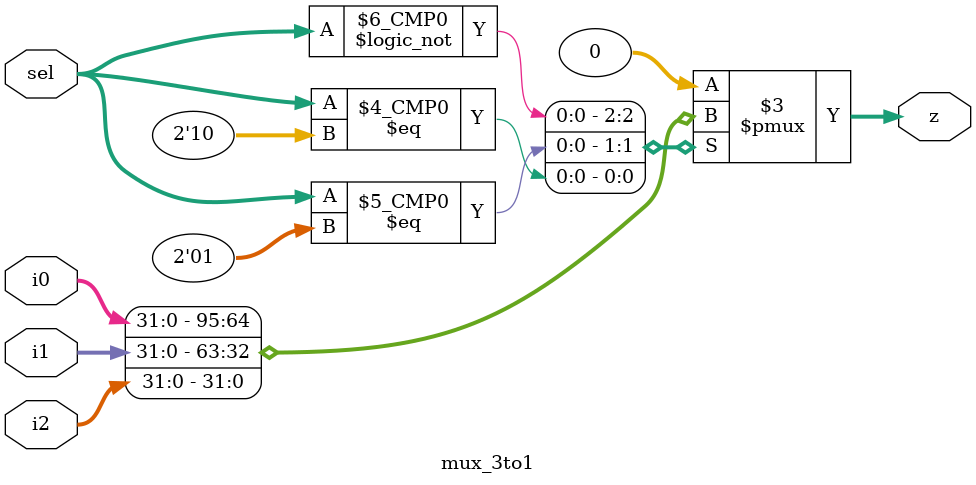
<source format=v>
module mux_3to1
(
	input [1 : 0] sel,
	input [31 : 0] i0, i1, i2,
	output reg [31 : 0] z
);

always @(*)
begin
	case (sel)
		2'd0 : z = i0;
		2'd1 : z = i1;
		2'd2 : z = i2;

		default : z = 'b0;
	endcase
end

endmodule
</source>
